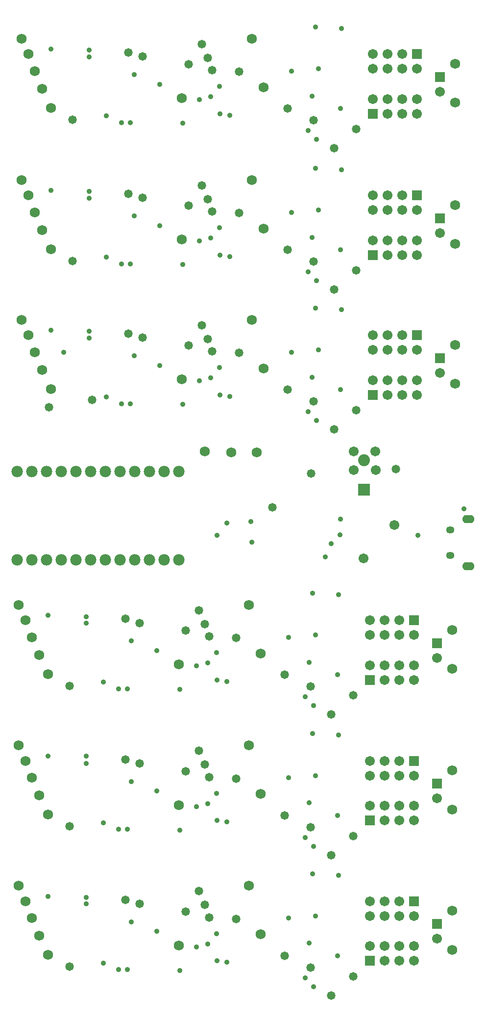
<source format=gbs>
G04 Layer_Color=16711935*
%FSLAX43Y43*%
%MOMM*%
G71*
G01*
G75*
%ADD86C,1.727*%
%ADD87C,1.703*%
%ADD88R,1.703X1.703*%
%ADD89C,1.981*%
%ADD90O,1.453X1.253*%
%ADD91O,2.103X1.428*%
%ADD92C,2.053*%
%ADD93R,2.053X2.053*%
%ADD94R,1.703X1.703*%
%ADD95C,0.903*%
%ADD96C,1.473*%
D86*
X63627Y43815D02*
D03*
X49530Y41910D02*
D03*
X63627Y68010D02*
D03*
X49530Y66105D02*
D03*
X63627Y92267D02*
D03*
X49530Y90362D02*
D03*
X64135Y141478D02*
D03*
X50038Y139573D02*
D03*
X64135Y165608D02*
D03*
X50038Y163703D02*
D03*
X64135Y189992D02*
D03*
X50038Y188087D02*
D03*
X62992Y127000D02*
D03*
X58547D02*
D03*
X53975Y127127D02*
D03*
X62103Y198374D02*
D03*
X97282Y187325D02*
D03*
Y194056D02*
D03*
X22352Y198374D02*
D03*
X23495Y195707D02*
D03*
X24638Y192786D02*
D03*
X27432Y186436D02*
D03*
X25908Y189738D02*
D03*
X61595Y52197D02*
D03*
X96774Y41148D02*
D03*
Y47879D02*
D03*
X21844Y52197D02*
D03*
X22987Y49530D02*
D03*
X24130Y46609D02*
D03*
X26924Y40259D02*
D03*
X25400Y43561D02*
D03*
X61595Y76392D02*
D03*
X96774Y65343D02*
D03*
Y72074D02*
D03*
X21844Y76392D02*
D03*
X22987Y73725D02*
D03*
X24130Y70804D02*
D03*
X26924Y64454D02*
D03*
X25400Y67756D02*
D03*
X61595Y100649D02*
D03*
X96774Y89600D02*
D03*
Y96331D02*
D03*
X21844Y100649D02*
D03*
X22987Y97982D02*
D03*
X24130Y95061D02*
D03*
X26924Y88711D02*
D03*
X25400Y92013D02*
D03*
X62103Y149860D02*
D03*
X97282Y138811D02*
D03*
Y145542D02*
D03*
X22352Y149860D02*
D03*
X23495Y147193D02*
D03*
X24638Y144272D02*
D03*
X27432Y137922D02*
D03*
X25908Y141224D02*
D03*
X62103Y173990D02*
D03*
X97282Y162941D02*
D03*
Y169672D02*
D03*
X22352Y173990D02*
D03*
X23495Y171323D02*
D03*
X24638Y168402D02*
D03*
X27432Y162052D02*
D03*
X25908Y165354D02*
D03*
D87*
X83058Y193167D02*
D03*
Y195707D02*
D03*
X85598Y193167D02*
D03*
Y195707D02*
D03*
X88138Y193167D02*
D03*
Y195707D02*
D03*
X90678Y193167D02*
D03*
Y187960D02*
D03*
Y185420D02*
D03*
X88138Y187960D02*
D03*
Y185420D02*
D03*
X85598Y187960D02*
D03*
Y185420D02*
D03*
X83058Y187960D02*
D03*
X94615Y189230D02*
D03*
X82550Y41783D02*
D03*
X85090Y39243D02*
D03*
Y41783D02*
D03*
X87630Y39243D02*
D03*
Y41783D02*
D03*
X90170Y39243D02*
D03*
Y41783D02*
D03*
X94107Y43053D02*
D03*
X90170Y46990D02*
D03*
X87630Y49530D02*
D03*
Y46990D02*
D03*
X85090Y49530D02*
D03*
Y46990D02*
D03*
X82550Y49530D02*
D03*
Y46990D02*
D03*
X82550Y65978D02*
D03*
X85090Y63438D02*
D03*
Y65978D02*
D03*
X87630Y63438D02*
D03*
Y65978D02*
D03*
X90170Y63438D02*
D03*
Y65978D02*
D03*
X94107Y67248D02*
D03*
X90170Y71185D02*
D03*
X87630Y73725D02*
D03*
Y71185D02*
D03*
X85090Y73725D02*
D03*
Y71185D02*
D03*
X82550Y73725D02*
D03*
Y71185D02*
D03*
X82550Y90235D02*
D03*
X85090Y87695D02*
D03*
Y90235D02*
D03*
X87630Y87695D02*
D03*
Y90235D02*
D03*
X90170Y87695D02*
D03*
Y90235D02*
D03*
X94107Y91505D02*
D03*
X90170Y95442D02*
D03*
X87630Y97982D02*
D03*
Y95442D02*
D03*
X85090Y97982D02*
D03*
Y95442D02*
D03*
X82550Y97982D02*
D03*
Y95442D02*
D03*
X83058Y139446D02*
D03*
X85598Y136906D02*
D03*
Y139446D02*
D03*
X88138Y136906D02*
D03*
Y139446D02*
D03*
X90678Y136906D02*
D03*
Y139446D02*
D03*
X94615Y140716D02*
D03*
X90678Y144653D02*
D03*
X88138Y147193D02*
D03*
Y144653D02*
D03*
X85598Y147193D02*
D03*
Y144653D02*
D03*
X83058Y147193D02*
D03*
Y144653D02*
D03*
Y163576D02*
D03*
X85598Y161036D02*
D03*
Y163576D02*
D03*
X88138Y161036D02*
D03*
Y163576D02*
D03*
X90678Y161036D02*
D03*
Y163576D02*
D03*
X94615Y164846D02*
D03*
X90678Y168783D02*
D03*
X88138Y171323D02*
D03*
Y168783D02*
D03*
X85598Y171323D02*
D03*
Y168783D02*
D03*
X83058Y171323D02*
D03*
Y168783D02*
D03*
X79756Y127127D02*
D03*
X83439D02*
D03*
X83566Y123952D02*
D03*
X79756D02*
D03*
X86741Y114427D02*
D03*
X81407Y108712D02*
D03*
D88*
X90678Y195707D02*
D03*
X83058Y185420D02*
D03*
X82550Y39243D02*
D03*
X90170Y49530D02*
D03*
X82550Y63438D02*
D03*
X90170Y73725D02*
D03*
X82550Y87695D02*
D03*
X90170Y97982D02*
D03*
X83058Y136906D02*
D03*
X90678Y147193D02*
D03*
X83058Y161036D02*
D03*
X90678Y171323D02*
D03*
D89*
X49530Y123698D02*
D03*
X46990D02*
D03*
X44450D02*
D03*
X41910D02*
D03*
X39370D02*
D03*
X36830D02*
D03*
X34290D02*
D03*
X31750D02*
D03*
X29210D02*
D03*
X26670D02*
D03*
X24130D02*
D03*
X21590D02*
D03*
X49530Y108458D02*
D03*
X46990D02*
D03*
X44450D02*
D03*
X41910D02*
D03*
X39370D02*
D03*
X36830D02*
D03*
X34290D02*
D03*
X31750D02*
D03*
X29210D02*
D03*
X26670D02*
D03*
X24130D02*
D03*
X21590D02*
D03*
D90*
X96443Y113611D02*
D03*
Y109161D02*
D03*
D91*
X99568Y115474D02*
D03*
Y107299D02*
D03*
D92*
X81534Y125603D02*
D03*
D93*
Y120523D02*
D03*
D94*
X94615Y191770D02*
D03*
X94107Y45593D02*
D03*
X94107Y69788D02*
D03*
Y94045D02*
D03*
X94615Y143256D02*
D03*
Y167386D02*
D03*
D95*
X98806Y117221D02*
D03*
X36449Y38862D02*
D03*
X49657Y37592D02*
D03*
X26871Y50366D02*
D03*
X41275Y45974D02*
D03*
X40640Y37719D02*
D03*
X39116Y37719D02*
D03*
X72644Y54229D02*
D03*
X77089Y53975D02*
D03*
X73152Y46990D02*
D03*
X68453Y46609D02*
D03*
X72009Y42291D02*
D03*
X72771Y34798D02*
D03*
X33498Y49031D02*
D03*
Y50174D02*
D03*
X54483Y42164D02*
D03*
X56134Y39243D02*
D03*
X52578Y41656D02*
D03*
X56007Y43942D02*
D03*
X57785Y38989D02*
D03*
X76962Y40132D02*
D03*
X71374Y36322D02*
D03*
X57785Y114808D02*
D03*
X56134Y112649D02*
D03*
X62103Y111506D02*
D03*
X61976Y115062D02*
D03*
X90805Y112649D02*
D03*
X77470Y115443D02*
D03*
X77343Y112776D02*
D03*
X74803Y108966D02*
D03*
X75822Y111255D02*
D03*
X45720Y44323D02*
D03*
X41275Y70169D02*
D03*
X71374Y60517D02*
D03*
X76962Y64327D02*
D03*
X56007Y68137D02*
D03*
X57785Y63184D02*
D03*
X56134Y63438D02*
D03*
X54483Y66359D02*
D03*
X45720Y68518D02*
D03*
X52578Y65851D02*
D03*
X72771Y58993D02*
D03*
X72009Y66486D02*
D03*
X68453Y70804D02*
D03*
X73152Y71185D02*
D03*
X77089Y78170D02*
D03*
X72644Y78424D02*
D03*
X39116Y61914D02*
D03*
X40640Y61914D02*
D03*
X26871Y74561D02*
D03*
X49657Y61787D02*
D03*
X36449Y63057D02*
D03*
X41275Y94426D02*
D03*
X71374Y84774D02*
D03*
X76962Y88584D02*
D03*
X56007Y92394D02*
D03*
X57785Y87441D02*
D03*
X56134Y87695D02*
D03*
X54483Y90616D02*
D03*
X45720Y92775D02*
D03*
X33498Y97483D02*
D03*
Y98626D02*
D03*
X52578Y90108D02*
D03*
X72771Y83250D02*
D03*
X72009Y90743D02*
D03*
X68453Y95061D02*
D03*
X73152Y95442D02*
D03*
X77089Y102427D02*
D03*
X72644Y102681D02*
D03*
X39116Y86171D02*
D03*
X40640Y86171D02*
D03*
X26871Y98818D02*
D03*
X49657Y86044D02*
D03*
X36449Y87314D02*
D03*
X41783Y143637D02*
D03*
X71882Y133985D02*
D03*
X77470Y137795D02*
D03*
X56515Y141605D02*
D03*
X58293Y136652D02*
D03*
X56642Y136906D02*
D03*
X54991Y139827D02*
D03*
X46228Y141986D02*
D03*
X34006Y146694D02*
D03*
Y147837D02*
D03*
X53086Y139319D02*
D03*
X73279Y132461D02*
D03*
X72517Y139954D02*
D03*
X68961Y144272D02*
D03*
X73660Y144653D02*
D03*
X77597Y151638D02*
D03*
X73152Y151892D02*
D03*
X39624Y135382D02*
D03*
X41148Y135382D02*
D03*
X27379Y148029D02*
D03*
X50165Y135255D02*
D03*
X36957Y136525D02*
D03*
X41783Y167767D02*
D03*
X71882Y158115D02*
D03*
X77470Y161925D02*
D03*
X56515Y165735D02*
D03*
X58293Y160782D02*
D03*
X56642Y161036D02*
D03*
X54991Y163957D02*
D03*
X46228Y166116D02*
D03*
X34006Y170824D02*
D03*
Y171967D02*
D03*
X53086Y163449D02*
D03*
X73279Y156591D02*
D03*
X72517Y164084D02*
D03*
X68961Y168402D02*
D03*
X73660Y168783D02*
D03*
X77597Y175768D02*
D03*
X73152Y176022D02*
D03*
X39624Y159512D02*
D03*
X41148Y159512D02*
D03*
X27379Y172159D02*
D03*
X50165Y159385D02*
D03*
X36957Y160655D02*
D03*
X41783Y192151D02*
D03*
X71882Y182499D02*
D03*
X77470Y186309D02*
D03*
X56515Y190119D02*
D03*
X58293Y185166D02*
D03*
X56642Y185420D02*
D03*
X54991Y188341D02*
D03*
X46228Y190500D02*
D03*
X34006Y195208D02*
D03*
Y196351D02*
D03*
X53086Y187833D02*
D03*
X73279Y180975D02*
D03*
X72517Y188468D02*
D03*
X68961Y192786D02*
D03*
X73660Y193167D02*
D03*
X77597Y200152D02*
D03*
X73152Y200406D02*
D03*
X39624Y183896D02*
D03*
X41148Y183896D02*
D03*
X27379Y196543D02*
D03*
X50165Y183769D02*
D03*
X36957Y185039D02*
D03*
X33528Y73279D02*
D03*
Y74549D02*
D03*
X29591Y144272D02*
D03*
D96*
X65659Y117475D02*
D03*
X72390Y123317D02*
D03*
X86995Y124079D02*
D03*
X30607Y38227D02*
D03*
X79629Y36576D02*
D03*
X67818Y40132D02*
D03*
X72263Y38100D02*
D03*
X75819Y33274D02*
D03*
X42737Y49087D02*
D03*
X40275Y49784D02*
D03*
X59436Y46482D02*
D03*
X53975Y48895D02*
D03*
X50673Y47752D02*
D03*
X54737Y46736D02*
D03*
X53001Y51266D02*
D03*
X53001Y75461D02*
D03*
X50673Y71947D02*
D03*
X53975Y73090D02*
D03*
X59436Y70677D02*
D03*
X40275Y73979D02*
D03*
X42737Y73282D02*
D03*
X54737Y70931D02*
D03*
X30607Y62422D02*
D03*
X67818Y64327D02*
D03*
X79629Y60771D02*
D03*
X72263Y62295D02*
D03*
X75819Y57469D02*
D03*
X53001Y99718D02*
D03*
X50673Y96204D02*
D03*
X53975Y97347D02*
D03*
X59436Y94934D02*
D03*
X40275Y98236D02*
D03*
X42737Y97539D02*
D03*
X54737Y95188D02*
D03*
X30607Y86679D02*
D03*
X67818Y88584D02*
D03*
X79629Y85028D02*
D03*
X72263Y86552D02*
D03*
X75819Y81726D02*
D03*
X53509Y148929D02*
D03*
X51181Y145415D02*
D03*
X54483Y146558D02*
D03*
X59944Y144145D02*
D03*
X40783Y147447D02*
D03*
X43245Y146750D02*
D03*
X55245Y144399D02*
D03*
X68326Y137795D02*
D03*
X80137Y134239D02*
D03*
X72771Y135763D02*
D03*
X76327Y130937D02*
D03*
X53509Y173059D02*
D03*
X51181Y169545D02*
D03*
X54483Y170688D02*
D03*
X59944Y168275D02*
D03*
X40783Y171577D02*
D03*
X43245Y170880D02*
D03*
X55245Y168529D02*
D03*
X31115Y160020D02*
D03*
X68326Y161925D02*
D03*
X80137Y158369D02*
D03*
X72771Y159893D02*
D03*
X76327Y155067D02*
D03*
X53509Y197443D02*
D03*
X51181Y193929D02*
D03*
X54483Y195072D02*
D03*
X59944Y192659D02*
D03*
X40783Y195961D02*
D03*
X43245Y195264D02*
D03*
X55245Y192913D02*
D03*
X31115Y184404D02*
D03*
X68326Y186309D02*
D03*
X80137Y182753D02*
D03*
X72771Y184277D02*
D03*
X76327Y179451D02*
D03*
X27051Y134747D02*
D03*
X34544Y136017D02*
D03*
M02*

</source>
